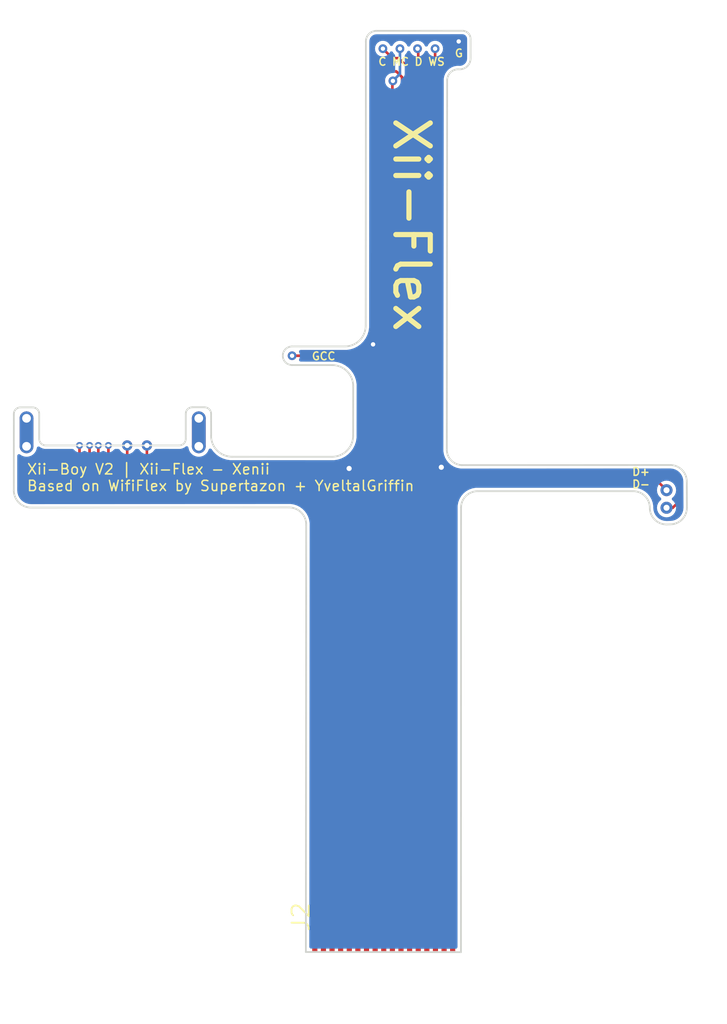
<source format=kicad_pcb>
(kicad_pcb (version 20240108) (generator "pcbnew") (generator_version "8.0")
  (layers (0 "F.Cu" jumper) (31 "B.Cu" signal) (34 "B.Paste" user) (35 "F.Paste" user) (36 "B.SilkS" user "B.Silkscreen") (37 "F.SilkS" user "F.Silkscreen") (38 "B.Mask" user) (39 "F.Mask" user) (44 "Edge.Cuts" user))
  (net 0 "")
  (net 1 "Net-(J2-Pin_14)")
  (net 2 "Net-(J1-Pin_1)")
  (net 3 "GND")
  (net 4 "Net-(J2-Pin_13)")
  (net 5 "Net-(J2-Pin_5)")
  (net 6 "Net-(J2-Pin_3)")
  (net 7 "Net-(J2-Pin_17)")
  (net 8 "Net-(J2-Pin_6)")
  (net 9 "Net-(J2-Pin_2)")
  (net 10 "Net-(J2-Pin_1)")
  (net 11 "Net-(J2-Pin_16)")
  (net 12 "Net-(J2-Pin_10)")
  (net 13 "Net-(J2-Pin_12)")
  (net 14 "Net-(J2-Pin_4)")
  (footprint "Xenii_14p_FFC_Cable:Xenii-17p-FFC-Cable" (layer "F.Cu") (at 129.22 102.03 90)
    (property "Reference" "J2" (at -0.02 -0.81 90) (layer "F.SilkS") (effects (font (thickness 0.1))))
    (property "Value" "Conn_01x17_Pin")
    (pad "1" smd rect (at 0 0 90) (size 4 0.3) (layers "F.Cu" "F.Paste" "F.Mask") (net 10 "Net-(J2-Pin_1)"))
    (pad "2" smd rect (at 0 0.5 90) (size 4 0.3) (layers "F.Cu" "F.Paste" "F.Mask") (net 9 "Net-(J2-Pin_2)"))
    (pad "3" smd rect (at 0 1 90) (size 4 0.3) (layers "F.Cu" "F.Paste" "F.Mask") (net 6 "Net-(J2-Pin_3)"))
    (pad "4" smd rect (at 0 1.5 90) (size 4 0.3) (layers "F.Cu" "F.Paste" "F.Mask") (net 14 "Net-(J2-Pin_4)"))
    (pad "5" smd rect (at 0 2 90) (size 4 0.3) (layers "F.Cu" "F.Paste" "F.Mask") (net 5 "Net-(J2-Pin_5)"))
    (pad "6" smd rect (at 0 2.5 90) (size 4 0.3) (layers "F.Cu" "F.Paste" "F.Mask") (net 8 "Net-(J2-Pin_6)"))
    (pad "7" smd rect (at 0 3 90) (size 4 0.3) (layers "F.Cu" "F.Paste" "F.Mask") (net 3 "GND"))
    (pad "8" smd rect (at 0 3.5 90) (size 4 0.3) (layers "F.Cu" "F.Paste" "F.Mask") (net 2 "Net-(J1-Pin_1)"))
    (pad "9" smd rect (at 0 4 90) (size 4 0.3) (layers "F.Cu" "F.Paste" "F.Mask") (net 3 "GND"))
    (pad "10" smd rect (at 0 4.5 90) (size 4 0.3) (layers "F.Cu" "F.Paste" "F.Mask") (net 12 "Net-(J2-Pin_10)"))
    (pad "11" smd rect (at 0 5 90) (size 4 0.3) (layers "F.Cu" "F.Paste" "F.Mask") (net 3 "GND"))
    (pad "12" smd rect (at 0 5.5 90) (size 4 0.3) (layers "F.Cu" "F.Paste" "F.Mask") (net 13 "Net-(J2-Pin_12)"))
    (pad "13" smd rect (at 0 6 90) (size 4 0.3) (layers "F.Cu" "F.Paste" "F.Mask") (net 4 "Net-(J2-Pin_13)"))
    (pad "14" smd rect (at 0 6.5 90) (size 4 0.3) (layers "F.Cu" "F.Paste" "F.Mask") (net 1 "Net-(J2-Pin_14)"))
    (pad "15" smd rect (at 0 7 90) (size 4 0.3) (layers "F.Cu" "F.Paste" "F.Mask") (net 3 "GND"))
    (pad "16" smd rect (at 0 7.5 90) (size 4 0.3) (layers "F.Cu" "F.Paste" "F.Mask") (net 11 "Net-(J2-Pin_16)"))
    (pad "17" smd rect (at 0 8 90) (size 4 0.3) (layers "F.Cu" "F.Paste" "F.Mask") (net 7 "Net-(J2-Pin_17)"))
  )
  (gr_arc (start 132.18277 51.277493) (mid 132.359996 50.822475) (end 132.812712 50.639421) (stroke (width 0.1)) (layer "Edge.Cuts"))
  (gr_line (start 123.203776 74.13) (end 123.201 72.86) (stroke (width 0.1)) (layer "Edge.Cuts"))
  (gr_line (start 149.88 75.83) (end 137.760153 75.835) (stroke (width 0.1)) (layer "Edge.Cuts"))
  (gr_arc (start 112.75 78.3) (mid 112.042893 78.007107) (end 111.75 77.3) (stroke (width 0.1)) (layer "Edge.Cuts"))
  (gr_line (start 121.729 72.86) (end 121.729 74.3138) (stroke (width 0.1)) (layer "Edge.Cuts"))
  (gr_arc (start 137.760153 75.835) (mid 137.1365 75.564479) (end 136.879847 74.935) (stroke (width 0.1)) (layer "Edge.Cuts"))
  (gr_line (start 112.8456 72.485) (end 112.1344 72.485) (stroke (width 0.1)) (layer "Edge.Cuts"))
  (gr_line (start 113.2266 72.866) (end 113.2266 74.3138) (stroke (width 0.1)) (layer "Edge.Cuts"))
  (gr_line (start 128.7 104.085) (end 128.72 79.29) (stroke (width 0.1)) (layer "Edge.Cuts"))
  (gr_line (start 130.22 75.35) (end 124.416227 75.348439) (stroke (width 0.1)) (layer "Edge.Cuts"))
  (gr_line (start 132.812712 50.639421) (end 137.799792 50.633875) (stroke (width 0.1)) (layer "Edge.Cuts"))
  (gr_arc (start 113.6076 74.6948) (mid 113.338192 74.583208) (end 113.2266 74.3138) (stroke (width 0.1)) (layer "Edge.Cuts"))
  (gr_arc (start 149.88 75.83) (mid 150.537328 76.124086) (end 150.806672 76.791935) (stroke (width 0.1)) (layer "Edge.Cuts"))
  (gr_arc (start 137.706064 78.286092) (mid 137.992937 77.622986) (end 138.661862 77.35) (stroke (width 0.1)) (layer "Edge.Cuts"))
  (gr_line (start 127.9 70.030092) (end 130.226247 70.031577) (stroke (width 0.1)) (layer "Edge.Cuts"))
  (gr_line (start 137.706064 78.286092) (end 137.7 104.095) (stroke (width 0.1)) (layer "Edge.Cuts"))
  (gr_arc (start 121.729 72.86) (mid 121.840592 72.590592) (end 122.11 72.479) (stroke (width 0.1)) (layer "Edge.Cuts"))
  (gr_arc (start 138.260716 52.243889) (mid 138.040147 52.717837) (end 137.54 52.869921) (stroke (width 0.1)) (layer "Edge.Cuts"))
  (gr_arc (start 121.729 74.3138) (mid 121.617408 74.583208) (end 121.348 74.6948) (stroke (width 0.1)) (layer "Edge.Cuts"))
  (gr_arc (start 112.8456 72.485) (mid 113.115008 72.596592) (end 113.2266 72.866) (stroke (width 0.1)) (layer "Edge.Cuts"))
  (gr_arc (start 149.63 79.28) (mid 148.944106 78.995894) (end 148.66 78.31) (stroke (width 0.1)) (layer "Edge.Cuts"))
  (gr_line (start 111.7534 72.866) (end 111.75 77.3) (stroke (width 0.1)) (layer "Edge.Cuts"))
  (gr_arc (start 127.9 70.030092) (mid 127.359931 69.495) (end 127.89 68.950001) (stroke (width 0.1)) (layer "Edge.Cuts"))
  (gr_arc (start 124.416227 75.348439) (mid 123.555173 74.991698) (end 123.2 74.13) (stroke (width 0.1)) (layer "Edge.Cuts"))
  (gr_line (start 127.89 68.950001) (end 130.962712 68.95) (stroke (width 0.1)) (layer "Edge.Cuts"))
  (gr_arc (start 131.443085 74.130022) (mid 131.084662 74.993775) (end 130.22 75.35) (stroke (width 0.1)) (layer "Edge.Cuts"))
  (gr_arc (start 147.719586 77.349995) (mid 148.38573 77.638062) (end 148.66 78.31) (stroke (width 0.1)) (layer "Edge.Cuts"))
  (gr_line (start 138.260208 51.113875) (end 138.259792 52.243875) (stroke (width 0.1)) (layer "Edge.Cuts"))
  (gr_line (start 149.63 79.28) (end 149.844106 79.274106) (stroke (width 0.1)) (layer "Edge.Cuts"))
  (gr_line (start 113.6076 74.6948) (end 121.348 74.6948) (stroke (width 0.1)) (layer "Edge.Cuts"))
  (gr_arc (start 132.171359 67.739858) (mid 131.818778 68.59636) (end 130.962712 68.95) (stroke (width 0.1)) (layer "Edge.Cuts"))
  (gr_arc (start 137.799792 50.633875) (mid 138.126516 50.78131) (end 138.260208 51.113875) (stroke (width 0.1)) (layer "Edge.Cuts"))
  (gr_arc (start 136.9 53.5) (mid 137.090951 53.053884) (end 137.54 52.869922) (stroke (width 0.1)) (layer "Edge.Cuts"))
  (gr_line (start 132.171359 67.739858) (end 132.18277 51.277493) (stroke (width 0.1)) (layer "Edge.Cuts"))
  (gr_line (start 147.719586 77.349995) (end 138.661862 77.35) (stroke (width 0.1)) (layer "Edge.Cuts"))
  (gr_line (start 127.72 78.29) (end 112.75 78.3) (stroke (width 0.1)) (layer "Edge.Cuts"))
  (gr_line (start 131.443085 74.130022) (end 131.446225 71.254662) (stroke (width 0.1)) (layer "Edge.Cuts"))
  (gr_arc (start 127.72 78.29) (mid 128.427107 78.582893) (end 128.72 79.29) (stroke (width 0.1)) (layer "Edge.Cuts"))
  (gr_line (start 150.806672 76.791935) (end 150.814106 78.304106) (stroke (width 0.1)) (layer "Edge.Cuts"))
  (gr_line (start 136.9 53.5) (end 136.879847 74.935) (stroke (width 0.1)) (layer "Edge.Cuts"))
  (gr_arc (start 122.820592 72.479) (mid 123.09 72.590592) (end 123.201592 72.86) (stroke (width 0.1)) (layer "Edge.Cuts"))
  (gr_line (start 122.820592 72.479) (end 122.11 72.479) (stroke (width 0.1)) (layer "Edge.Cuts"))
  (gr_arc (start 150.814106 78.304106) (mid 150.529998 78.989998) (end 149.844106 79.274106) (stroke (width 0.1)) (layer "Edge.Cuts"))
  (gr_arc (start 130.226247 70.031577) (mid 131.09 70.39) (end 131.446225 71.254662) (stroke (width 0.1)) (layer "Edge.Cuts"))
  (gr_arc (start 111.7534 72.866) (mid 111.864992 72.596592) (end 112.1344 72.485) (stroke (width 0.1)) (layer "Edge.Cuts"))
  (gr_line (start 137.7 104.095) (end 128.7 104.085) (stroke (width 0.1)) (layer "Edge.Cuts"))
  (gr_text "C MC D WS\n" (at 132.86 52.693714 0) (layer "F.SilkS") (effects (font (size 0.45 0.45) (thickness 0.085) (bold yes)) (justify left bottom)))
  (gr_text "GCC" (at 129 69.78 0) (layer "F.SilkS") (effects (font (size 0.45 0.45) (thickness 0.085) (bold yes)) (justify left bottom)))
  (gr_text "G\n" (at 137.3 52.203714 0) (layer "F.SilkS") (effects (font (size 0.45 0.45) (thickness 0.085) (bold yes)) (justify left bottom)))
  (gr_text "Xii-Flex" (at 133.66 55.5 270) (layer "F.SilkS") (effects (font (size 2 2) (thickness 0.3) (bold yes)) (justify left bottom)))
  (gr_text "Xii-Boy V2 | Xii-Flex - Xenii\nBased on WifiFlex by Supertazon + YveltalGriffin" (at 112.47 77.39 0) (layer "F.SilkS") (effects (font (size 0.6 0.6) (thickness 0.085) (bold yes)) (justify left bottom)))
  (gr_text "D+\nD-" (at 147.59 77.21 0) (layer "F.SilkS") (effects (font (size 0.45 0.45) (thickness 0.085) (bold yes)) (justify left bottom)))
  (segment (start 122.486 73.1204) (end 122.486 74.746) (width 0.8) (layer "F.Cu") (net 0))
  (segment (start 112.49 73.12) (end 112.49 74.7456) (width 0.8) (layer "F.Cu") (net 0))
  (segment (start 122.486 74.746) (end 122.49 74.75) (width 0.508) (layer "F.Cu") (net 0))
  (segment (start 112.49 74.7456) (end 112.494 74.7496) (width 0.508) (layer "F.Cu") (net 0))
  (via (at 122.4868 74.7456) (size 0.8) (drill 0.508) (layers "F.Cu" "B.Cu") (net 0))
  (via (at 112.49 73.12) (size 0.8) (drill 0.508) (layers "F.Cu" "B.Cu") (net 0))
  (via (at 112.49 74.7456) (size 0.8) (drill 0.508) (layers "F.Cu" "B.Cu") (net 0))
  (via (at 122.4868 73.12) (size 0.8) (drill 0.508) (layers "F.Cu" "B.Cu") (net 0))
  (segment (start 122.486 73.1204) (end 122.486 74.746) (width 0.8) (layer "B.Cu") (net 0))
  (segment (start 112.49 73.12) (end 112.49 74.7456) (width 0.8) (layer "B.Cu") (net 0))
  (segment (start 136.2 52.373714) (end 135.72 52.853714) (width 0.1524) (layer "F.Cu") (net 1))
  (segment (start 135.72 52.853714) (end 135.72 102.03) (width 0.1524) (layer "F.Cu") (net 1))
  (segment (start 136.2 51.673875) (end 136.2 52.373714) (width 0.1524) (layer "F.Cu") (net 1))
  (via (at 136.2 51.673875) (size 0.508) (drill 0.254253) (layers "F.Cu" "B.Cu") (net 1))
  (segment (start 132.72 70.33) (end 132.72 102.03) (width 0.1524) (layer "F.Cu") (net 2))
  (segment (start 127.9 69.49) (end 131.88 69.49) (width 0.1524) (layer "F.Cu") (net 2))
  (segment (start 131.88 69.49) (end 132.72 70.33) (width 0.1524) (layer "F.Cu") (net 2))
  (via (at 127.9 69.49) (size 0.508) (drill 0.254253) (layers "F.Cu" "B.Cu") (net 2))
  (segment (start 134.22 53.823529) (end 134.22 102.03) (width 0.1524) (layer "F.Cu") (net 3))
  (segment (start 134.2802 53.324095) (end 134.2802 53.763329) (width 0.1524) (layer "F.Cu") (net 3))
  (segment (start 133.22 68.82) (end 133.22 102.03) (width 0.1524) (layer "F.Cu") (net 3))
  (segment (start 136.22 76.3) (end 136.22 102.03) (width 0.1524) (layer "F.Cu") (net 3))
  (segment (start 134.2802 53.763329) (end 134.22 53.823529) (width 0.1524) (layer "F.Cu") (net 3))
  (segment (start 133.22 68.82) (end 132.61 68.82) (width 0.1524) (layer "F.Cu") (net 3))
  (segment (start 136.56 75.96) (end 136.22 76.3) (width 0.1524) (layer "F.Cu") (net 3))
  (segment (start 133.22 68.82) (end 133.22 53.273714) (width 0.1524) (layer "F.Cu") (net 3))
  (segment (start 132.22 77.04) (end 132.22 102.03) (width 0.1524) (layer "F.Cu") (net 3))
  (segment (start 133.949819 52.993714) (end 134.2802 53.324095) (width 0.1524) (layer "F.Cu") (net 3))
  (segment (start 133.5 52.993714) (end 133.949819 52.993714) (width 0.1524) (layer "F.Cu") (net 3))
  (segment (start 133.22 53.273714) (end 133.5 52.993714) (width 0.1524) (layer "F.Cu") (net 3))
  (segment (start 132.61 68.82) (end 132.6 68.83) (width 0.1524) (layer "F.Cu") (net 3))
  (segment (start 131.21 76.03) (end 132.22 77.04) (width 0.1524) (layer "F.Cu") (net 3))
  (segment (start 136.56 75.96) (end 136.52 76) (width 0.2) (layer "F.Cu") (net 3))
  (via (at 136.56 75.96) (size 0.6) (drill 0.3) (layers "F.Cu" "B.Cu") (net 3))
  (via (at 131.21 76.03) (size 0.6) (drill 0.3) (layers "F.Cu" "B.Cu") (net 3))
  (via (at 132.6 68.83) (size 0.508) (drill 0.254253) (layers "F.Cu" "B.Cu") (net 3))
  (via (at 137.569999 51.253874) (size 0.508) (drill 0.254253) (layers "F.Cu" "B.Cu") (net 3))
  (segment (start 135.22 51.713875) (end 135.22 102.03) (width 0.1524) (layer "F.Cu") (net 4))
  (segment (start 135.18 51.673875) (end 135.17 51.683875) (width 0.1524) (layer "F.Cu") (net 4))
  (segment (start 135.18 51.673875) (end 135.22 51.713875) (width 0.1524) (layer "F.Cu") (net 4))
  (via (at 135.18 51.673875) (size 0.508) (drill 0.254253) (layers "F.Cu" "B.Cu") (net 4))
  (segment (start 118.332 74.6948) (end 118.332 75.682) (width 0.1524) (layer "F.Cu") (net 5))
  (segment (start 131.22 78.43) (end 131.22 102.03) (width 0.1524) (layer "F.Cu") (net 5))
  (segment (start 118.332 75.682) (end 119.0604 76.4104) (width 0.1524) (layer "F.Cu") (net 5))
  (segment (start 129.2004 76.4104) (end 131.22 78.43) (width 0.1524) (layer "F.Cu") (net 5))
  (segment (start 119.0604 76.4104) (end 129.2004 76.4104) (width 0.1524) (layer "F.Cu") (net 5))
  (via (at 118.332 74.6948) (size 0.6) (drill 0.3) (layers "F.Cu" "B.Cu") (net 5))
  (segment (start 117.6252 77.1152) (end 128.7352 77.1152) (width 0.1524) (layer "F.Cu") (net 6))
  (segment (start 116.6556 74.6948) (end 116.6556 76.1456) (width 0.1524) (layer "F.Cu") (net 6))
  (segment (start 128.7352 77.1152) (end 130.22 78.6) (width 0.1524) (layer "F.Cu") (net 6))
  (segment (start 116.6556 76.1456) (end 117.6252 77.1152) (width 0.1524) (layer "F.Cu") (net 6))
  (segment (start 130.22 78.6) (end 130.22 102.03) (width 0.1524) (layer "F.Cu") (net 6))
  (via (at 116.6556 74.6948) (size 0.4) (drill 0.2) (layers "F.Cu" "B.Cu") (net 6))
  (segment (start 137.22 77.26) (end 137.72 76.76) (width 0.1524) (layer "F.Cu") (net 7))
  (segment (start 137.22 102.03) (end 137.22 77.26) (width 0.1524) (layer "F.Cu") (net 7))
  (segment (start 137.72 76.76) (end 149.1 76.76) (width 0.1524) (layer "F.Cu") (net 7))
  (segment (start 149.1 76.76) (end 149.63 77.29) (width 0.1524) (layer "F.Cu") (net 7))
  (via (at 149.63 77.29) (size 0.7) (drill 0.35) (layers "F.Cu" "B.Cu") (net 7))
  (segment (start 129.455 75.975) (end 131.72 78.24) (width 0.1524) (layer "F.Cu") (net 8))
  (segment (start 131.72 78.24) (end 131.72 102.03) (width 0.1524) (layer "F.Cu") (net 8))
  (segment (start 119.475 74.6948) (end 119.47 74.6998) (width 0.1524) (layer "F.Cu") (net 8))
  (segment (start 119.475 74.6948) (end 119.475 75.365) (width 0.1524) (layer "F.Cu") (net 8))
  (segment (start 119.475 75.365) (end 120.085 75.975) (width 0.1524) (layer "F.Cu") (net 8))
  (segment (start 120.085 75.975) (end 129.455 75.975) (width 0.1524) (layer "F.Cu") (net 8))
  (via (at 119.475 74.6948) (size 0.6) (drill 0.3) (layers "F.Cu" "B.Cu") (net 8))
  (segment (start 128.4476 77.4676) (end 129.72 78.74) (width 0.1524) (layer "F.Cu") (net 9))
  (segment (start 117.1976 77.4676) (end 128.4476 77.4676) (width 0.1524) (layer "F.Cu") (net 9))
  (segment (start 116.1476 76.4176) (end 117.1976 77.4676) (width 0.1524) (layer "F.Cu") (net 9))
  (segment (start 116.1476 74.6948) (end 116.1476 76.4176) (width 0.1524) (layer "F.Cu") (net 9))
  (segment (start 129.72 78.74) (end 129.72 102.03) (width 0.1524) (layer "F.Cu") (net 9))
  (via (at 116.1476 74.6948) (size 0.4) (drill 0.2) (layers "F.Cu" "B.Cu") (net 9))
  (segment (start 115.5634 76.5134) (end 116.87 77.82) (width 0.1524) (layer "F.Cu") (net 10))
  (segment (start 129.22 78.893472) (end 129.22 102.03) (width 0.1524) (layer "F.Cu") (net 10))
  (segment (start 115.5634 74.6948) (end 115.5634 76.5134) (width 0.1524) (layer "F.Cu") (net 10))
  (segment (start 128.146528 77.82) (end 129.22 78.893472) (width 0.1524) (layer "F.Cu") (net 10))
  (segment (start 116.87 77.82) (end 128.146528 77.82) (width 0.1524) (layer "F.Cu") (net 10))
  (via (at 115.5634 74.6948) (size 0.4) (drill 0.2) (layers "F.Cu" "B.Cu") (net 10))
  (segment (start 136.72 102.03) (end 136.72 77.08) (width 0.1524) (layer "F.Cu") (net 11))
  (segment (start 149.88 76.37) (end 150.42 76.91) (width 0.1524) (layer "F.Cu") (net 11))
  (segment (start 150.42 77.88) (end 149.99 78.31) (width 0.1524) (layer "F.Cu") (net 11))
  (segment (start 136.72 77.08) (end 137.43 76.37) (width 0.1524) (layer "F.Cu") (net 11))
  (segment (start 137.43 76.37) (end 149.88 76.37) (width 0.1524) (layer "F.Cu") (net 11))
  (segment (start 149.99 78.31) (end 149.63 78.31) (width 0.1524) (layer "F.Cu") (net 11))
  (segment (start 150.42 76.91) (end 150.42 77.88) (width 0.1524) (layer "F.Cu") (net 11))
  (via (at 149.63 78.31) (size 0.7) (drill 0.35) (layers "F.Cu" "B.Cu") (net 11))
  (segment (start 133.75 53.543712) (end 133.72 53.573712) (width 0.1524) (layer "F.Cu") (net 12))
  (segment (start 133.72 53.573712) (end 133.72 102.03) (width 0.1524) (layer "F.Cu") (net 12))
  (via (at 133.75 53.543712) (size 0.508) (drill 0.254253) (layers "F.Cu" "B.Cu") (net 12))
  (via (at 134.16 51.673875) (size 0.508) (drill 0.254253) (layers "F.Cu" "B.Cu") (net 12))
  (segment (start 134.16 53.133712) (end 133.75 53.543712) (width 0.1524) (layer "B.Cu") (net 12))
  (segment (start 134.16 51.673875) (end 134.16 53.133712) (width 0.1524) (layer "B.Cu") (net 12))
  (segment (start 134.08 52.223714) (end 134.72 52.863714) (width 0.1524) (layer "F.Cu") (net 13))
  (segment (start 134.72 52.863714) (end 134.72 102.03) (width 0.1524) (layer "F.Cu") (net 13))
  (segment (start 133.719839 52.223714) (end 134.08 52.223714) (width 0.1524) (layer "F.Cu") (net 13))
  (segment (start 133.17 51.673875) (end 133.719839 52.223714) (width 0.1524) (layer "F.Cu") (net 13))
  (via (at 133.17 51.673875) (size 0.508) (drill 0.254253) (layers "F.Cu" "B.Cu") (net 13))
  (segment (start 117.2398 76.0998) (end 117.9028 76.7628) (width 0.1524) (layer "F.Cu") (net 14))
  (segment (start 117.2398 74.6948) (end 117.2398 76.0998) (width 0.1524) (layer "F.Cu") (net 14))
  (segment (start 130.72 78.53) (end 130.72 102.03) (width 0.1524) (layer "F.Cu") (net 14))
  (segment (start 128.9528 76.7628) (end 130.72 78.53) (width 0.1524) (layer "F.Cu") (net 14))
  (segment (start 117.9028 76.7628) (end 128.9528 76.7628) (width 0.1524) (layer "F.Cu") (net 14))
  (via (at 117.2398 74.6948) (size 0.4) (drill 0.2) (layers "F.Cu" "B.Cu") (net 14))
  (zone (net 3) (net_name "GND") (layer "B.Cu") (connect_pads (clearance 0.2)) (min_thickness 0.2) (fill yes (thermal_gap 0.5) (thermal_bridge_width 0.5))
    (polygon (pts (xy 131.99 48.85) (xy 153.04 48.905) (xy 153.144 105.76) (xy 126.82 105.37) (xy 126.82 79.78) (xy 110.95 79.8) (xy 110.98 71.62) (xy 126.95 71.69) (xy 126.97 48.87)))
  )
)
</source>
